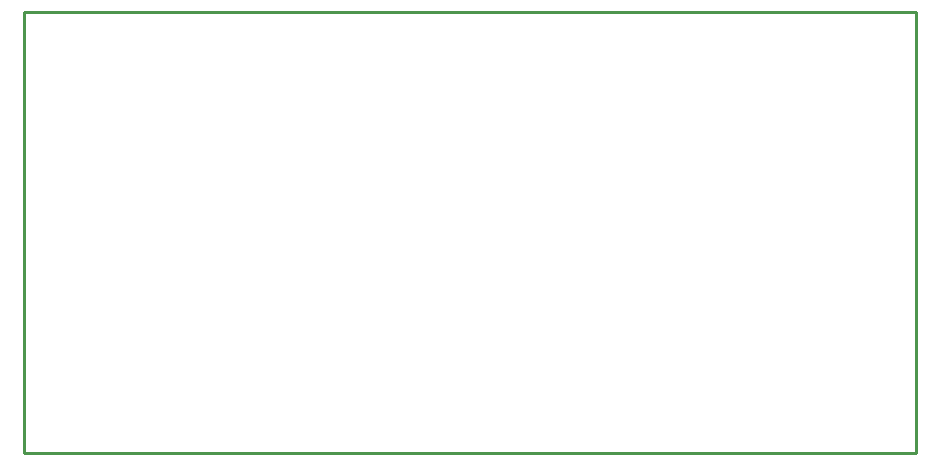
<source format=gko>
G04 Layer_Color=16711935*
%FSLAX25Y25*%
%MOIN*%
G70*
G01*
G75*
%ADD20C,0.01000*%
D20*
X297187Y-66375D02*
Y-60062D01*
Y-86937D02*
Y-79000D01*
Y-60062D02*
Y-44563D01*
Y-102437D02*
Y-86937D01*
Y-128625D02*
Y-102437D01*
Y-147000D02*
Y-128625D01*
Y-18375D02*
Y0D01*
Y-44563D02*
Y-18375D01*
X0Y-128437D02*
Y-101250D01*
X-187Y-128625D02*
X0Y-128437D01*
X-187Y-147000D02*
Y-128625D01*
X0Y-45750D02*
Y0D01*
Y-101250D02*
Y-45750D01*
X-187Y-147000D02*
X297187D01*
Y-79000D02*
Y-66375D01*
X0Y0D02*
X297187D01*
M02*

</source>
